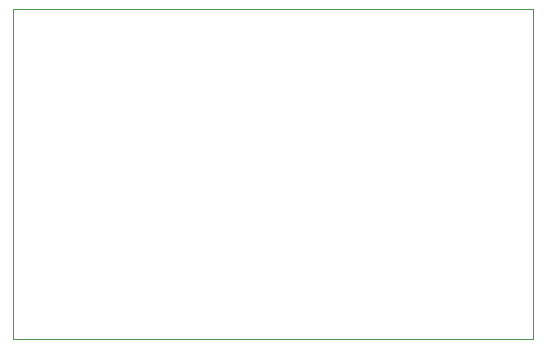
<source format=gbr>
G04 #@! TF.GenerationSoftware,KiCad,Pcbnew,5.1.2-f72e74a~84~ubuntu18.04.1*
G04 #@! TF.CreationDate,2019-05-02T14:32:37+08:00*
G04 #@! TF.ProjectId,epaper,65706170-6572-42e6-9b69-6361645f7063,rev?*
G04 #@! TF.SameCoordinates,Original*
G04 #@! TF.FileFunction,Profile,NP*
%FSLAX46Y46*%
G04 Gerber Fmt 4.6, Leading zero omitted, Abs format (unit mm)*
G04 Created by KiCad (PCBNEW 5.1.2-f72e74a~84~ubuntu18.04.1) date 2019-05-02 14:32:37*
%MOMM*%
%LPD*%
G04 APERTURE LIST*
%ADD10C,0.050000*%
G04 APERTURE END LIST*
D10*
X126000000Y-60000000D02*
X82000000Y-60000000D01*
X126000000Y-88000000D02*
X126000000Y-60000000D01*
X82000000Y-88000000D02*
X126000000Y-88000000D01*
X82000000Y-87000000D02*
X82000000Y-88000000D01*
X82000000Y-60000000D02*
X82000000Y-87000000D01*
M02*

</source>
